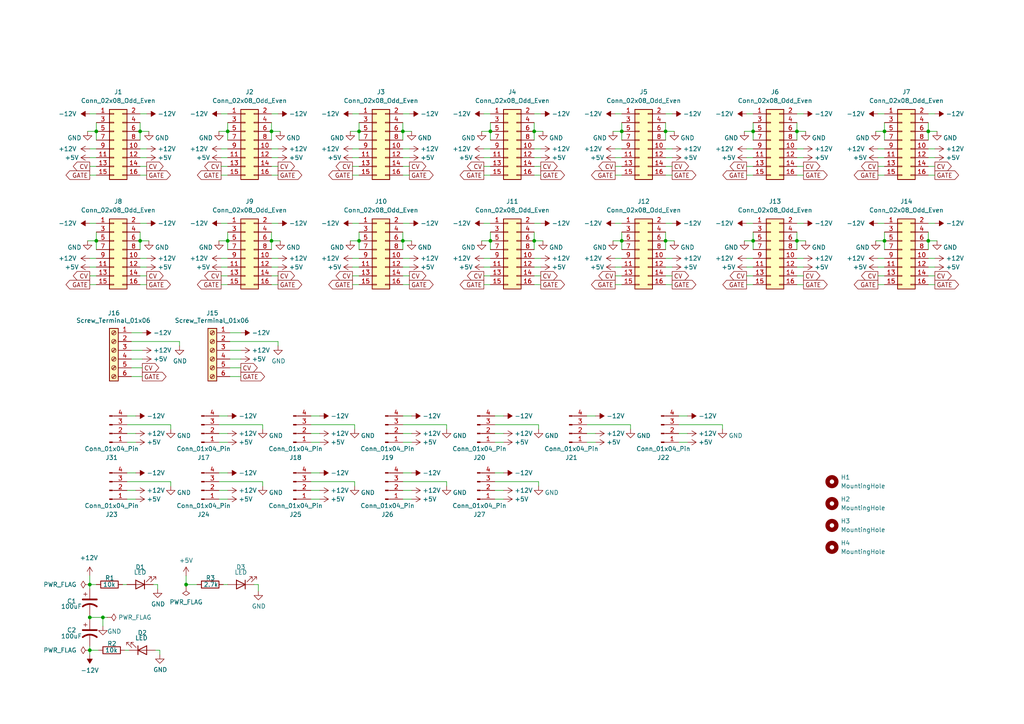
<source format=kicad_sch>
(kicad_sch (version 20230121) (generator eeschema)
  (paper "A4")
  (title_block (title "EuroPowerBoard with JST") (date "2024-03-01") (rev "v2.0"))
  (junction (at 26.035 169.545))
  (junction (at 116.84 69.85))
  (junction (at 27.94 38.1))
  (junction (at 256.54 38.1))
  (junction (at 26.035 188.595))
  (junction (at 40.64 38.1))
  (junction (at 231.14 38.1))
  (junction (at 66.04 38.1))
  (junction (at 142.24 38.1))
  (junction (at 78.74 69.85))
  (junction (at 269.24 69.85))
  (junction (at 231.14 69.85))
  (junction (at 26.035 179.07))
  (junction (at 53.975 169.545))
  (junction (at 256.54 69.85))
  (junction (at 193.04 69.85))
  (junction (at 66.04 69.85))
  (junction (at 154.94 69.85))
  (junction (at 27.94 69.85))
  (junction (at 180.34 69.85))
  (junction (at 116.84 38.1))
  (junction (at 142.24 69.85))
  (junction (at 218.44 69.85))
  (junction (at 40.64 69.85))
  (junction (at 154.94 38.1))
  (junction (at 180.34 38.1))
  (junction (at 104.14 38.1))
  (junction (at 218.44 38.1))
  (junction (at 78.74 38.1))
  (junction (at 29.845 179.07))
  (junction (at 193.04 38.1))
  (junction (at 104.14 69.85))
  (junction (at 269.24 38.1))
  (wire (pts (xy 49.53 140.97) (xy 49.53 139.7)))
  (wire (pts (xy 104.14 38.1) (xy 104.14 40.64)))
  (wire (pts (xy 269.24 48.26) (xy 271.145 48.26)))
  (wire (pts (xy 40.64 82.55) (xy 42.545 82.55)))
  (wire (pts (xy 154.94 50.8) (xy 156.845 50.8)))
  (wire (pts (xy 143.51 125.73) (xy 146.05 125.73)))
  (wire (pts (xy 231.14 69.85) (xy 231.14 72.39)))
  (wire (pts (xy 231.14 64.77) (xy 233.045 64.77)))
  (wire (pts (xy 178.435 43.18) (xy 180.34 43.18)))
  (wire (pts (xy 104.14 35.56) (xy 104.14 38.1)))
  (wire (pts (xy 40.64 69.85) (xy 43.18 69.85)))
  (wire (pts (xy 64.135 45.72) (xy 66.04 45.72)))
  (wire (pts (xy 140.335 43.18) (xy 142.24 43.18)))
  (wire (pts (xy 254.635 45.72) (xy 256.54 45.72)))
  (wire (pts (xy 142.24 50.8) (xy 140.335 50.8)))
  (wire (pts (xy 40.64 74.93) (xy 42.545 74.93)))
  (wire (pts (xy 142.24 48.26) (xy 140.335 48.26)))
  (wire (pts (xy 209.55 123.19) (xy 196.85 123.19)))
  (wire (pts (xy 254.635 64.77) (xy 256.54 64.77)))
  (wire (pts (xy 102.235 74.93) (xy 104.14 74.93)))
  (wire (pts (xy 25.4 69.85) (xy 27.94 69.85)))
  (wire (pts (xy 170.18 125.73) (xy 172.72 125.73)))
  (wire (pts (xy 231.14 67.31) (xy 231.14 69.85)))
  (wire (pts (xy 154.94 82.55) (xy 156.845 82.55)))
  (wire (pts (xy 178.435 45.72) (xy 180.34 45.72)))
  (wire (pts (xy 140.335 77.47) (xy 142.24 77.47)))
  (wire (pts (xy 40.64 48.26) (xy 42.545 48.26)))
  (wire (pts (xy 215.9 69.85) (xy 218.44 69.85)))
  (wire (pts (xy 40.64 69.85) (xy 40.64 72.39)))
  (wire (pts (xy 154.94 69.85) (xy 157.48 69.85)))
  (wire (pts (xy 26.035 167.005) (xy 26.035 169.545)))
  (wire (pts (xy 38.1 104.14) (xy 41.275 104.14)))
  (wire (pts (xy 140.335 74.93) (xy 142.24 74.93)))
  (wire (pts (xy 196.85 125.73) (xy 199.39 125.73)))
  (wire (pts (xy 256.54 69.85) (xy 256.54 72.39)))
  (wire (pts (xy 231.14 38.1) (xy 231.14 40.64)))
  (wire (pts (xy 45.085 188.595) (xy 46.355 188.595)))
  (wire (pts (xy 64.135 43.18) (xy 66.04 43.18)))
  (wire (pts (xy 215.9 38.1) (xy 218.44 38.1)))
  (wire (pts (xy 102.87 124.46) (xy 102.87 123.19)))
  (wire (pts (xy 129.54 139.7) (xy 116.84 139.7)))
  (wire (pts (xy 116.84 69.85) (xy 116.84 72.39)))
  (wire (pts (xy 216.535 74.93) (xy 218.44 74.93)))
  (wire (pts (xy 154.94 43.18) (xy 156.845 43.18)))
  (wire (pts (xy 154.94 77.47) (xy 156.845 77.47)))
  (wire (pts (xy 256.54 38.1) (xy 256.54 40.64)))
  (wire (pts (xy 193.04 64.77) (xy 194.945 64.77)))
  (wire (pts (xy 52.07 99.06) (xy 38.1 99.06)))
  (wire (pts (xy 36.83 144.78) (xy 39.37 144.78)))
  (wire (pts (xy 180.34 48.26) (xy 178.435 48.26)))
  (wire (pts (xy 40.64 64.77) (xy 42.545 64.77)))
  (wire (pts (xy 66.04 35.56) (xy 66.04 38.1)))
  (wire (pts (xy 231.14 43.18) (xy 233.045 43.18)))
  (wire (pts (xy 142.24 67.31) (xy 142.24 69.85)))
  (wire (pts (xy 180.34 82.55) (xy 178.435 82.55)))
  (wire (pts (xy 66.04 69.85) (xy 66.04 72.39)))
  (wire (pts (xy 27.94 80.01) (xy 26.035 80.01)))
  (wire (pts (xy 64.135 74.93) (xy 66.04 74.93)))
  (wire (pts (xy 76.2 124.46) (xy 76.2 123.19)))
  (wire (pts (xy 80.645 100.33) (xy 80.645 99.06)))
  (wire (pts (xy 40.64 35.56) (xy 40.64 38.1)))
  (wire (pts (xy 218.44 35.56) (xy 218.44 38.1)))
  (wire (pts (xy 218.44 69.85) (xy 218.44 72.39)))
  (wire (pts (xy 154.94 67.31) (xy 154.94 69.85)))
  (wire (pts (xy 27.94 67.31) (xy 27.94 69.85)))
  (wire (pts (xy 36.83 142.24) (xy 39.37 142.24)))
  (wire (pts (xy 231.14 74.93) (xy 233.045 74.93)))
  (wire (pts (xy 143.51 142.24) (xy 146.05 142.24)))
  (wire (pts (xy 116.84 82.55) (xy 118.745 82.55)))
  (wire (pts (xy 139.7 38.1) (xy 142.24 38.1)))
  (wire (pts (xy 74.93 169.545) (xy 74.93 171.45)))
  (wire (pts (xy 143.51 120.65) (xy 146.05 120.65)))
  (wire (pts (xy 63.5 142.24) (xy 66.04 142.24)))
  (wire (pts (xy 116.84 74.93) (xy 118.745 74.93)))
  (wire (pts (xy 216.535 64.77) (xy 218.44 64.77)))
  (wire (pts (xy 26.035 188.595) (xy 28.575 188.595)))
  (wire (pts (xy 154.94 74.93) (xy 156.845 74.93)))
  (wire (pts (xy 218.44 80.01) (xy 216.535 80.01)))
  (wire (pts (xy 49.53 124.46) (xy 49.53 123.19)))
  (wire (pts (xy 26.035 77.47) (xy 27.94 77.47)))
  (wire (pts (xy 216.535 43.18) (xy 218.44 43.18)))
  (wire (pts (xy 193.04 43.18) (xy 194.945 43.18)))
  (wire (pts (xy 46.355 188.595) (xy 46.355 189.865)))
  (wire (pts (xy 140.335 64.77) (xy 142.24 64.77)))
  (wire (pts (xy 78.74 64.77) (xy 80.645 64.77)))
  (wire (pts (xy 66.04 48.26) (xy 64.135 48.26)))
  (wire (pts (xy 116.84 64.77) (xy 118.745 64.77)))
  (wire (pts (xy 178.435 64.77) (xy 180.34 64.77)))
  (wire (pts (xy 254 69.85) (xy 256.54 69.85)))
  (wire (pts (xy 231.14 38.1) (xy 233.68 38.1)))
  (wire (pts (xy 102.235 43.18) (xy 104.14 43.18)))
  (wire (pts (xy 256.54 82.55) (xy 254.635 82.55)))
  (wire (pts (xy 116.84 144.78) (xy 119.38 144.78)))
  (wire (pts (xy 90.17 128.27) (xy 92.71 128.27)))
  (wire (pts (xy 63.5 120.65) (xy 66.04 120.65)))
  (wire (pts (xy 38.1 109.22) (xy 41.275 109.22)))
  (wire (pts (xy 104.14 69.85) (xy 104.14 72.39)))
  (wire (pts (xy 116.84 142.24) (xy 119.38 142.24)))
  (wire (pts (xy 26.035 179.07) (xy 29.845 179.07)))
  (wire (pts (xy 26.035 33.02) (xy 27.94 33.02)))
  (wire (pts (xy 177.8 38.1) (xy 180.34 38.1)))
  (wire (pts (xy 196.85 128.27) (xy 199.39 128.27)))
  (wire (pts (xy 78.74 38.1) (xy 81.28 38.1)))
  (wire (pts (xy 40.64 43.18) (xy 42.545 43.18)))
  (wire (pts (xy 129.54 123.19) (xy 116.84 123.19)))
  (wire (pts (xy 218.44 50.8) (xy 216.535 50.8)))
  (wire (pts (xy 116.84 69.85) (xy 119.38 69.85)))
  (wire (pts (xy 180.34 50.8) (xy 178.435 50.8)))
  (wire (pts (xy 231.14 33.02) (xy 233.045 33.02)))
  (wire (pts (xy 116.84 120.65) (xy 119.38 120.65)))
  (wire (pts (xy 36.195 188.595) (xy 37.465 188.595)))
  (wire (pts (xy 116.84 38.1) (xy 119.38 38.1)))
  (wire (pts (xy 256.54 67.31) (xy 256.54 69.85)))
  (wire (pts (xy 40.64 33.02) (xy 42.545 33.02)))
  (wire (pts (xy 154.94 35.56) (xy 154.94 38.1)))
  (wire (pts (xy 116.84 128.27) (xy 119.38 128.27)))
  (wire (pts (xy 104.14 67.31) (xy 104.14 69.85)))
  (wire (pts (xy 45.72 169.545) (xy 45.72 170.815)))
  (wire (pts (xy 269.24 43.18) (xy 271.145 43.18)))
  (wire (pts (xy 231.14 50.8) (xy 233.045 50.8)))
  (wire (pts (xy 143.51 144.78) (xy 146.05 144.78)))
  (wire (pts (xy 76.2 139.7) (xy 63.5 139.7)))
  (wire (pts (xy 102.235 64.77) (xy 104.14 64.77)))
  (wire (pts (xy 231.14 45.72) (xy 233.045 45.72)))
  (wire (pts (xy 78.74 67.31) (xy 78.74 69.85)))
  (wire (pts (xy 102.235 45.72) (xy 104.14 45.72)))
  (wire (pts (xy 154.94 45.72) (xy 156.845 45.72)))
  (wire (pts (xy 40.64 80.01) (xy 42.545 80.01)))
  (wire (pts (xy 254.635 33.02) (xy 256.54 33.02)))
  (wire (pts (xy 154.94 33.02) (xy 156.845 33.02)))
  (wire (pts (xy 26.035 178.435) (xy 26.035 179.07)))
  (wire (pts (xy 40.64 67.31) (xy 40.64 69.85)))
  (wire (pts (xy 269.24 69.85) (xy 269.24 72.39)))
  (wire (pts (xy 142.24 38.1) (xy 142.24 40.64)))
  (wire (pts (xy 104.14 48.26) (xy 102.235 48.26)))
  (wire (pts (xy 193.04 48.26) (xy 194.945 48.26)))
  (wire (pts (xy 193.04 38.1) (xy 193.04 40.64)))
  (wire (pts (xy 116.84 38.1) (xy 116.84 40.64)))
  (wire (pts (xy 116.84 43.18) (xy 118.745 43.18)))
  (wire (pts (xy 26.035 189.865) (xy 26.035 188.595)))
  (wire (pts (xy 140.335 33.02) (xy 142.24 33.02)))
  (wire (pts (xy 129.54 140.97) (xy 129.54 139.7)))
  (wire (pts (xy 66.675 96.52) (xy 69.85 96.52)))
  (wire (pts (xy 90.17 144.78) (xy 92.71 144.78)))
  (wire (pts (xy 140.335 45.72) (xy 142.24 45.72)))
  (wire (pts (xy 36.83 125.73) (xy 39.37 125.73)))
  (wire (pts (xy 269.24 38.1) (xy 269.24 40.64)))
  (wire (pts (xy 80.645 99.06) (xy 66.675 99.06)))
  (wire (pts (xy 216.535 77.47) (xy 218.44 77.47)))
  (wire (pts (xy 26.035 64.77) (xy 27.94 64.77)))
  (wire (pts (xy 254.635 43.18) (xy 256.54 43.18)))
  (wire (pts (xy 193.04 35.56) (xy 193.04 38.1)))
  (wire (pts (xy 26.035 169.545) (xy 27.94 169.545)))
  (wire (pts (xy 256.54 80.01) (xy 254.635 80.01)))
  (wire (pts (xy 38.1 101.6) (xy 41.275 101.6)))
  (wire (pts (xy 154.94 38.1) (xy 157.48 38.1)))
  (wire (pts (xy 78.74 45.72) (xy 80.645 45.72)))
  (wire (pts (xy 64.135 33.02) (xy 66.04 33.02)))
  (wire (pts (xy 26.035 179.07) (xy 26.035 179.705)))
  (wire (pts (xy 29.845 179.07) (xy 31.115 179.07)))
  (wire (pts (xy 193.04 82.55) (xy 194.945 82.55)))
  (wire (pts (xy 78.74 69.85) (xy 81.28 69.85)))
  (wire (pts (xy 231.14 82.55) (xy 233.045 82.55)))
  (wire (pts (xy 180.34 38.1) (xy 180.34 40.64)))
  (wire (pts (xy 216.535 33.02) (xy 218.44 33.02)))
  (wire (pts (xy 66.04 38.1) (xy 66.04 40.64)))
  (wire (pts (xy 73.66 169.545) (xy 74.93 169.545)))
  (wire (pts (xy 193.04 74.93) (xy 194.945 74.93)))
  (wire (pts (xy 178.435 33.02) (xy 180.34 33.02)))
  (wire (pts (xy 142.24 82.55) (xy 140.335 82.55)))
  (wire (pts (xy 36.83 137.16) (xy 39.37 137.16)))
  (wire (pts (xy 269.24 77.47) (xy 271.145 77.47)))
  (wire (pts (xy 53.975 169.545) (xy 53.975 170.18)))
  (wire (pts (xy 218.44 38.1) (xy 218.44 40.64)))
  (wire (pts (xy 170.18 120.65) (xy 172.72 120.65)))
  (wire (pts (xy 78.74 74.93) (xy 80.645 74.93)))
  (wire (pts (xy 143.51 128.27) (xy 146.05 128.27)))
  (wire (pts (xy 101.6 38.1) (xy 104.14 38.1)))
  (wire (pts (xy 76.2 140.97) (xy 76.2 139.7)))
  (wire (pts (xy 35.56 169.545) (xy 36.83 169.545)))
  (wire (pts (xy 63.5 128.27) (xy 66.04 128.27)))
  (wire (pts (xy 53.975 169.545) (xy 57.15 169.545)))
  (wire (pts (xy 66.675 104.14) (xy 69.85 104.14)))
  (wire (pts (xy 193.04 33.02) (xy 194.945 33.02)))
  (wire (pts (xy 66.675 106.68) (xy 69.85 106.68)))
  (wire (pts (xy 116.84 67.31) (xy 116.84 69.85)))
  (wire (pts (xy 38.1 106.68) (xy 41.275 106.68)))
  (wire (pts (xy 40.64 77.47) (xy 42.545 77.47)))
  (wire (pts (xy 182.88 123.19) (xy 170.18 123.19)))
  (wire (pts (xy 64.135 77.47) (xy 66.04 77.47)))
  (wire (pts (xy 156.21 123.19) (xy 143.51 123.19)))
  (wire (pts (xy 180.34 80.01) (xy 178.435 80.01)))
  (wire (pts (xy 156.21 140.97) (xy 156.21 139.7)))
  (wire (pts (xy 269.24 50.8) (xy 271.145 50.8)))
  (wire (pts (xy 193.04 45.72) (xy 194.945 45.72)))
  (wire (pts (xy 269.24 33.02) (xy 271.145 33.02)))
  (wire (pts (xy 49.53 123.19) (xy 36.83 123.19)))
  (wire (pts (xy 78.74 80.01) (xy 80.645 80.01)))
  (wire (pts (xy 76.2 123.19) (xy 63.5 123.19)))
  (wire (pts (xy 154.94 48.26) (xy 156.845 48.26)))
  (wire (pts (xy 139.7 69.85) (xy 142.24 69.85)))
  (wire (pts (xy 256.54 35.56) (xy 256.54 38.1)))
  (wire (pts (xy 78.74 43.18) (xy 80.645 43.18)))
  (wire (pts (xy 180.34 67.31) (xy 180.34 69.85)))
  (wire (pts (xy 26.035 45.72) (xy 27.94 45.72)))
  (wire (pts (xy 26.035 43.18) (xy 27.94 43.18)))
  (wire (pts (xy 63.5 137.16) (xy 66.04 137.16)))
  (wire (pts (xy 116.84 77.47) (xy 118.745 77.47)))
  (wire (pts (xy 52.07 100.33) (xy 52.07 99.06)))
  (wire (pts (xy 64.135 64.77) (xy 66.04 64.77)))
  (wire (pts (xy 102.87 139.7) (xy 90.17 139.7)))
  (wire (pts (xy 40.64 50.8) (xy 42.545 50.8)))
  (wire (pts (xy 44.45 169.545) (xy 45.72 169.545)))
  (wire (pts (xy 27.94 48.26) (xy 26.035 48.26)))
  (wire (pts (xy 78.74 77.47) (xy 80.645 77.47)))
  (wire (pts (xy 102.235 77.47) (xy 104.14 77.47)))
  (wire (pts (xy 231.14 48.26) (xy 233.045 48.26)))
  (wire (pts (xy 29.845 179.07) (xy 29.845 181.61)))
  (wire (pts (xy 78.74 35.56) (xy 78.74 38.1)))
  (wire (pts (xy 116.84 35.56) (xy 116.84 38.1)))
  (wire (pts (xy 104.14 50.8) (xy 102.235 50.8)))
  (wire (pts (xy 66.04 80.01) (xy 64.135 80.01)))
  (wire (pts (xy 104.14 82.55) (xy 102.235 82.55)))
  (wire (pts (xy 78.74 82.55) (xy 80.645 82.55)))
  (wire (pts (xy 269.24 38.1) (xy 271.78 38.1)))
  (wire (pts (xy 40.64 45.72) (xy 42.545 45.72)))
  (wire (pts (xy 102.87 140.97) (xy 102.87 139.7)))
  (wire (pts (xy 78.74 33.02) (xy 80.645 33.02)))
  (wire (pts (xy 102.87 123.19) (xy 90.17 123.19)))
  (wire (pts (xy 27.94 38.1) (xy 27.94 40.64)))
  (wire (pts (xy 154.94 80.01) (xy 156.845 80.01)))
  (wire (pts (xy 178.435 74.93) (xy 180.34 74.93)))
  (wire (pts (xy 193.04 80.01) (xy 194.945 80.01)))
  (wire (pts (xy 180.34 35.56) (xy 180.34 38.1)))
  (wire (pts (xy 102.235 33.02) (xy 104.14 33.02)))
  (wire (pts (xy 27.94 50.8) (xy 26.035 50.8)))
  (wire (pts (xy 269.24 69.85) (xy 271.78 69.85)))
  (wire (pts (xy 66.04 82.55) (xy 64.135 82.55)))
  (wire (pts (xy 25.4 38.1) (xy 27.94 38.1)))
  (wire (pts (xy 26.035 187.325) (xy 26.035 188.595)))
  (wire (pts (xy 193.04 50.8) (xy 194.945 50.8)))
  (wire (pts (xy 142.24 69.85) (xy 142.24 72.39)))
  (wire (pts (xy 66.04 67.31) (xy 66.04 69.85)))
  (wire (pts (xy 66.04 50.8) (xy 64.135 50.8)))
  (wire (pts (xy 170.18 128.27) (xy 172.72 128.27)))
  (wire (pts (xy 53.975 167.005) (xy 53.975 169.545)))
  (wire (pts (xy 256.54 48.26) (xy 254.635 48.26)))
  (wire (pts (xy 154.94 69.85) (xy 154.94 72.39)))
  (wire (pts (xy 254.635 77.47) (xy 256.54 77.47)))
  (wire (pts (xy 129.54 124.46) (xy 129.54 123.19)))
  (wire (pts (xy 27.94 82.55) (xy 26.035 82.55)))
  (wire (pts (xy 231.14 69.85) (xy 233.68 69.85)))
  (wire (pts (xy 177.8 69.85) (xy 180.34 69.85)))
  (wire (pts (xy 36.83 120.65) (xy 39.37 120.65)))
  (wire (pts (xy 36.83 128.27) (xy 39.37 128.27)))
  (wire (pts (xy 116.84 137.16) (xy 119.38 137.16)))
  (wire (pts (xy 143.51 137.16) (xy 146.05 137.16)))
  (wire (pts (xy 27.94 35.56) (xy 27.94 38.1)))
  (wire (pts (xy 38.1 96.52) (xy 41.275 96.52)))
  (wire (pts (xy 78.74 69.85) (xy 78.74 72.39)))
  (wire (pts (xy 269.24 64.77) (xy 271.145 64.77)))
  (wire (pts (xy 269.24 67.31) (xy 269.24 69.85)))
  (wire (pts (xy 254.635 74.93) (xy 256.54 74.93)))
  (wire (pts (xy 63.5 69.85) (xy 66.04 69.85)))
  (wire (pts (xy 78.74 38.1) (xy 78.74 40.64)))
  (wire (pts (xy 63.5 125.73) (xy 66.04 125.73)))
  (wire (pts (xy 193.04 69.85) (xy 193.04 72.39)))
  (wire (pts (xy 90.17 120.65) (xy 92.71 120.65)))
  (wire (pts (xy 269.24 35.56) (xy 269.24 38.1)))
  (wire (pts (xy 256.54 50.8) (xy 254.635 50.8)))
  (wire (pts (xy 216.535 45.72) (xy 218.44 45.72)))
  (wire (pts (xy 101.6 69.85) (xy 104.14 69.85)))
  (wire (pts (xy 66.675 109.22) (xy 69.85 109.22)))
  (wire (pts (xy 154.94 64.77) (xy 156.845 64.77)))
  (wire (pts (xy 90.17 125.73) (xy 92.71 125.73)))
  (wire (pts (xy 116.84 125.73) (xy 119.38 125.73)))
  (wire (pts (xy 254 38.1) (xy 256.54 38.1)))
  (wire (pts (xy 231.14 80.01) (xy 233.045 80.01)))
  (wire (pts (xy 64.77 169.545) (xy 66.04 169.545)))
  (wire (pts (xy 156.21 124.46) (xy 156.21 123.19)))
  (wire (pts (xy 231.14 77.47) (xy 233.045 77.47)))
  (wire (pts (xy 116.84 33.02) (xy 118.745 33.02)))
  (wire (pts (xy 156.21 139.7) (xy 143.51 139.7)))
  (wire (pts (xy 116.84 50.8) (xy 118.745 50.8)))
  (wire (pts (xy 78.74 48.26) (xy 80.645 48.26)))
  (wire (pts (xy 209.55 124.46) (xy 209.55 123.19)))
  (wire (pts (xy 269.24 45.72) (xy 271.145 45.72)))
  (wire (pts (xy 26.035 170.815) (xy 26.035 169.545)))
  (wire (pts (xy 269.24 80.01) (xy 271.145 80.01)))
  (wire (pts (xy 90.17 137.16) (xy 92.71 137.16)))
  (wire (pts (xy 193.04 69.85) (xy 195.58 69.85)))
  (wire (pts (xy 116.84 48.26) (xy 118.745 48.26)))
  (wire (pts (xy 178.435 77.47) (xy 180.34 77.47)))
  (wire (pts (xy 269.24 82.55) (xy 271.145 82.55)))
  (wire (pts (xy 116.84 45.72) (xy 118.745 45.72)))
  (wire (pts (xy 26.035 74.93) (xy 27.94 74.93)))
  (wire (pts (xy 196.85 120.65) (xy 199.39 120.65)))
  (wire (pts (xy 90.17 142.24) (xy 92.71 142.24)))
  (wire (pts (xy 63.5 144.78) (xy 66.04 144.78)))
  (wire (pts (xy 142.24 80.01) (xy 140.335 80.01)))
  (wire (pts (xy 40.64 38.1) (xy 43.18 38.1)))
  (wire (pts (xy 193.04 38.1) (xy 195.58 38.1)))
  (wire (pts (xy 231.14 35.56) (xy 231.14 38.1)))
  (wire (pts (xy 218.44 82.55) (xy 216.535 82.55)))
  (wire (pts (xy 116.84 80.01) (xy 118.745 80.01)))
  (wire (pts (xy 269.24 74.93) (xy 271.145 74.93)))
  (wire (pts (xy 40.64 38.1) (xy 40.64 40.64)))
  (wire (pts (xy 154.94 38.1) (xy 154.94 40.64)))
  (wire (pts (xy 218.44 67.31) (xy 218.44 69.85)))
  (wire (pts (xy 66.675 101.6) (xy 69.85 101.6)))
  (wire (pts (xy 104.14 80.01) (xy 102.235 80.01)))
  (wire (pts (xy 182.88 124.46) (xy 182.88 123.19)))
  (wire (pts (xy 180.34 69.85) (xy 180.34 72.39)))
  (wire (pts (xy 78.74 50.8) (xy 80.645 50.8)))
  (wire (pts (xy 193.04 67.31) (xy 193.04 69.85)))
  (wire (pts (xy 27.94 69.85) (xy 27.94 72.39)))
  (wire (pts (xy 63.5 38.1) (xy 66.04 38.1)))
  (wire (pts (xy 142.24 35.56) (xy 142.24 38.1)))
  (wire (pts (xy 218.44 48.26) (xy 216.535 48.26)))
  (wire (pts (xy 49.53 139.7) (xy 36.83 139.7)))
  (wire (pts (xy 193.04 77.47) (xy 194.945 77.47)))
  (global_label "GATE" (shape output) (at 26.035 50.8 180) (property "Intersheetrefs" "${INTERSHEET_REFS}" (effects hide)))
  (global_label "CV" (shape output) (at 80.645 80.01 0) (property "Intersheetrefs" "${INTERSHEET_REFS}" (effects hide)))
  (global_label "CV" (shape output) (at 102.235 48.26 180) (property "Intersheetrefs" "${INTERSHEET_REFS}" (effects hide)))
  (global_label "GATE" (shape output) (at 271.145 50.8 0) (property "Intersheetrefs" "${INTERSHEET_REFS}" (effects hide)))
  (global_label "GATE" (shape output) (at 178.435 82.55 180) (property "Intersheetrefs" "${INTERSHEET_REFS}" (effects hide)))
  (global_label "CV" (shape output) (at 42.545 80.01 0) (property "Intersheetrefs" "${INTERSHEET_REFS}" (effects hide)))
  (global_label "CV" (shape output) (at 178.435 48.26 180) (property "Intersheetrefs" "${INTERSHEET_REFS}" (effects hide)))
  (global_label "GATE" (shape output) (at 271.145 82.55 0) (property "Intersheetrefs" "${INTERSHEET_REFS}" (effects hide)))
  (global_label "CV" (shape output) (at 140.335 48.26 180) (property "Intersheetrefs" "${INTERSHEET_REFS}" (effects hide)))
  (global_label "GATE" (shape output) (at 216.535 82.55 180) (property "Intersheetrefs" "${INTERSHEET_REFS}" (effects hide)))
  (global_label "CV" (shape output) (at 41.275 106.68 0) (property "Intersheetrefs" "${INTERSHEET_REFS}" (effects hide)))
  (global_label "CV" (shape output) (at 156.845 80.01 0) (property "Intersheetrefs" "${INTERSHEET_REFS}" (effects hide)))
  (global_label "GATE" (shape output) (at 64.135 50.8 180) (property "Intersheetrefs" "${INTERSHEET_REFS}" (effects hide)))
  (global_label "GATE" (shape output) (at 102.235 50.8 180) (property "Intersheetrefs" "${INTERSHEET_REFS}" (effects hide)))
  (global_label "CV" (shape output) (at 102.235 80.01 180) (property "Intersheetrefs" "${INTERSHEET_REFS}" (effects hide)))
  (global_label "GATE" (shape output) (at 26.035 82.55 180) (property "Intersheetrefs" "${INTERSHEET_REFS}" (effects hide)))
  (global_label "GATE" (shape output) (at 216.535 50.8 180) (property "Intersheetrefs" "${INTERSHEET_REFS}" (effects hide)))
  (global_label "CV" (shape output) (at 233.045 48.26 0) (property "Intersheetrefs" "${INTERSHEET_REFS}" (effects hide)))
  (global_label "GATE" (shape output) (at 233.045 82.55 0) (property "Intersheetrefs" "${INTERSHEET_REFS}" (effects hide)))
  (global_label "GATE" (shape output) (at 102.235 82.55 180) (property "Intersheetrefs" "${INTERSHEET_REFS}" (effects hide)))
  (global_label "CV" (shape output) (at 140.335 80.01 180) (property "Intersheetrefs" "${INTERSHEET_REFS}" (effects hide)))
  (global_label "GATE" (shape output) (at 194.945 82.55 0) (property "Intersheetrefs" "${INTERSHEET_REFS}" (effects hide)))
  (global_label "CV" (shape output) (at 233.045 80.01 0) (property "Intersheetrefs" "${INTERSHEET_REFS}" (effects hide)))
  (global_label "GATE" (shape output) (at 69.85 109.22 0) (property "Intersheetrefs" "${INTERSHEET_REFS}" (effects hide)))
  (global_label "CV" (shape output) (at 118.745 80.01 0) (property "Intersheetrefs" "${INTERSHEET_REFS}" (effects hide)))
  (global_label "CV" (shape output) (at 271.145 48.26 0) (property "Intersheetrefs" "${INTERSHEET_REFS}" (effects hide)))
  (global_label "CV" (shape output) (at 42.545 48.26 0) (property "Intersheetrefs" "${INTERSHEET_REFS}" (effects hide)))
  (global_label "GATE" (shape output) (at 233.045 50.8 0) (property "Intersheetrefs" "${INTERSHEET_REFS}" (effects hide)))
  (global_label "CV" (shape output) (at 80.645 48.26 0) (property "Intersheetrefs" "${INTERSHEET_REFS}" (effects hide)))
  (global_label "CV" (shape output) (at 216.535 80.01 180) (property "Intersheetrefs" "${INTERSHEET_REFS}" (effects hide)))
  (global_label "GATE" (shape output) (at 194.945 50.8 0) (property "Intersheetrefs" "${INTERSHEET_REFS}" (effects hide)))
  (global_label "GATE" (shape output) (at 41.275 109.22 0) (property "Intersheetrefs" "${INTERSHEET_REFS}" (effects hide)))
  (global_label "CV" (shape output) (at 216.535 48.26 180) (property "Intersheetrefs" "${INTERSHEET_REFS}" (effects hide)))
  (global_label "CV" (shape output) (at 69.85 106.68 0) (property "Intersheetrefs" "${INTERSHEET_REFS}" (effects hide)))
  (global_label "CV" (shape output) (at 64.135 80.01 180) (property "Intersheetrefs" "${INTERSHEET_REFS}" (effects hide)))
  (global_label "CV" (shape output) (at 194.945 48.26 0) (property "Intersheetrefs" "${INTERSHEET_REFS}" (effects hide)))
  (global_label "GATE" (shape output) (at 254.635 82.55 180) (property "Intersheetrefs" "${INTERSHEET_REFS}" (effects hide)))
  (global_label "GATE" (shape output) (at 254.635 50.8 180) (property "Intersheetrefs" "${INTERSHEET_REFS}" (effects hide)))
  (global_label "GATE" (shape output) (at 80.645 50.8 0) (property "Intersheetrefs" "${INTERSHEET_REFS}" (effects hide)))
  (global_label "GATE" (shape output) (at 140.335 82.55 180) (property "Intersheetrefs" "${INTERSHEET_REFS}" (effects hide)))
  (global_label "GATE" (shape output) (at 64.135 82.55 180) (property "Intersheetrefs" "${INTERSHEET_REFS}" (effects hide)))
  (global_label "GATE" (shape output) (at 156.845 50.8 0) (property "Intersheetrefs" "${INTERSHEET_REFS}" (effects hide)))
  (global_label "CV" (shape output) (at 194.945 80.01 0) (property "Intersheetrefs" "${INTERSHEET_REFS}" (effects hide)))
  (global_label "GATE" (shape output) (at 118.745 50.8 0) (property "Intersheetrefs" "${INTERSHEET_REFS}" (effects hide)))
  (global_label "GATE" (shape output) (at 178.435 50.8 180) (property "Intersheetrefs" "${INTERSHEET_REFS}" (effects hide)))
  (global_label "GATE" (shape output) (at 118.745 82.55 0) (property "Intersheetrefs" "${INTERSHEET_REFS}" (effects hide)))
  (global_label "GATE" (shape output) (at 156.845 82.55 0) (property "Intersheetrefs" "${INTERSHEET_REFS}" (effects hide)))
  (global_label "CV" (shape output) (at 156.845 48.26 0) (property "Intersheetrefs" "${INTERSHEET_REFS}" (effects hide)))
  (global_label "CV" (shape output) (at 254.635 48.26 180) (property "Intersheetrefs" "${INTERSHEET_REFS}" (effects hide)))
  (global_label "GATE" (shape output) (at 140.335 50.8 180) (property "Intersheetrefs" "${INTERSHEET_REFS}" (effects hide)))
  (global_label "GATE" (shape output) (at 42.545 50.8 0) (property "Intersheetrefs" "${INTERSHEET_REFS}" (effects hide)))
  (global_label "CV" (shape output) (at 254.635 80.01 180) (property "Intersheetrefs" "${INTERSHEET_REFS}" (effects hide)))
  (global_label "GATE" (shape output) (at 80.645 82.55 0) (property "Intersheetrefs" "${INTERSHEET_REFS}" (effects hide)))
  (global_label "CV" (shape output) (at 64.135 48.26 180) (property "Intersheetrefs" "${INTERSHEET_REFS}" (effects hide)))
  (global_label "CV" (shape output) (at 26.035 80.01 180) (property "Intersheetrefs" "${INTERSHEET_REFS}" (effects hide)))
  (global_label "GATE" (shape output) (at 42.545 82.55 0) (property "Intersheetrefs" "${INTERSHEET_REFS}" (effects hide)))
  (global_label "CV" (shape output) (at 178.435 80.01 180) (property "Intersheetrefs" "${INTERSHEET_REFS}" (effects hide)))
  (global_label "CV" (shape output) (at 271.145 80.01 0) (property "Intersheetrefs" "${INTERSHEET_REFS}" (effects hide)))
  (global_label "CV" (shape output) (at 26.035 48.26 180) (property "Intersheetrefs" "${INTERSHEET_REFS}" (effects hide)))
  (global_label "CV" (shape output) (at 118.745 48.26 0) (property "Intersheetrefs" "${INTERSHEET_REFS}" (effects hide)))
  (symbol (lib_id "Connector:Conn_01x04_Pin") (at 85.09 142.24 0) (mirror x) (unit 1)
    (property "Reference" "J25" (at 85.725 149.225 0))
    (property "Value" "Conn_01x04_Pin" (at 85.725 146.685 0))
    (property "Footprint" "Connector_JST:JST_XH_B4B-XH-A_1x04_P2.50mm_Vertical" (effects hide))
  )
  (symbol (lib_id "power:+5V") (at 271.145 77.47 270) (unit 1)
    (property "Reference" "#PWR0111" (effects hide))
    (property "Value" "+5V" (at 274.32 77.47 90) (effects (justify left)))
  )
  (symbol (lib_id "power:-12V") (at 41.275 96.52 270) (unit 1)
    (property "Reference" "#PWR0120" (effects hide))
    (property "Value" "-12V" (at 44.45 96.52 90) (effects (justify left)))
  )
  (symbol (lib_id "power:PWR_FLAG") (at 26.035 169.545 90) (unit 1)
    (property "Reference" "#FLG01" (effects hide))
    (property "Value" "PWR_FLAG" (at 22.225 169.545 90) (effects (justify left)))
  )
  (symbol (lib_id "power:+12V") (at 118.745 74.93 270) (unit 1)
    (property "Reference" "#PWR077" (effects hide))
    (property "Value" "+12V" (at 121.92 74.93 90) (effects (justify left)))
  )
  (symbol (lib_id "power:-12V") (at 118.745 64.77 270) (unit 1)
    (property "Reference" "#PWR078" (effects hide))
    (property "Value" "-12V" (at 121.92 64.77 90) (effects (justify left)))
  )
  (symbol (lib_id "power:+12V") (at 39.37 125.73 270) (unit 1)
    (property "Reference" "#PWR0126" (effects hide))
    (property "Value" "+12V" (at 42.545 125.73 90) (effects (justify left)))
  )
  (symbol (lib_id "Connector_Generic:Conn_02x08_Odd_Even") (at 261.62 72.39 0) (unit 1)
    (property "Reference" "J14" (at 262.89 58.42 0))
    (property "Value" "Conn_02x08_Odd_Even" (at 262.89 60.96 0))
    (property "Footprint" "Connector_IDC:IDC-Header_2x08_P2.54mm_Vertical" (effects hide))
  )
  (symbol (lib_id "power:+5V") (at 233.045 77.47 270) (unit 1)
    (property "Reference" "#PWR0103" (effects hide))
    (property "Value" "+5V" (at 236.22 77.47 90) (effects (justify left)))
  )
  (symbol (lib_id "power:+5V") (at 26.035 77.47 90) (unit 1)
    (property "Reference" "#PWR060" (effects hide))
    (property "Value" "+5V" (at 22.86 77.47 90) (effects (justify left)))
  )
  (symbol (lib_id "power:+5V") (at 156.845 45.72 270) (unit 1)
    (property "Reference" "#PWR031" (effects hide))
    (property "Value" "+5V" (at 160.02 45.72 90) (effects (justify left)))
  )
  (symbol (lib_id "Connector:Conn_01x04_Pin") (at 111.76 125.73 0) (mirror x) (unit 1)
    (property "Reference" "J19" (at 112.395 132.715 0))
    (property "Value" "Conn_01x04_Pin" (at 112.395 130.175 0))
    (property "Footprint" "Connector_JST:JST_XH_B4B-XH-A_1x04_P2.50mm_Vertical" (effects hide))
  )
  (symbol (lib_id "power:GND") (at 195.58 69.85 0) (unit 1)
    (property "Reference" "#PWR096" (effects hide))
    (property "Value" "GND" (at 199.39 71.755 0))
  )
  (symbol (lib_id "power:+5V") (at 194.945 77.47 270) (unit 1)
    (property "Reference" "#PWR095" (effects hide))
    (property "Value" "+5V" (at 198.12 77.47 90) (effects (justify left)))
  )
  (symbol (lib_id "power:GND") (at 129.54 140.97 0) (unit 1)
    (property "Reference" "#PWR0169" (effects hide))
    (property "Value" "GND" (at 133.35 142.875 0))
  )
  (symbol (lib_id "power:+12V") (at 140.335 74.93 90) (unit 1)
    (property "Reference" "#PWR082" (effects hide))
    (property "Value" "+12V" (at 136.525 74.93 90) (effects (justify left)))
  )
  (symbol (lib_id "Connector:Conn_01x04_Pin") (at 58.42 125.73 0) (mirror x) (unit 1)
    (property "Reference" "J17" (at 59.055 132.715 0))
    (property "Value" "Conn_01x04_Pin" (at 59.055 130.175 0))
    (property "Footprint" "Connector_JST:JST_XH_B4B-XH-A_1x04_P2.50mm_Vertical" (effects hide))
  )
  (symbol (lib_id "Mechanical:MountingHole") (at 241.3 146.05 0) (unit 1)
    (property "Reference" "H2" (at 243.84 144.78 0) (effects (justify left)))
    (property "Value" "MountingHole" (at 243.84 147.32 0) (effects (justify left)))
    (property "Footprint" "MountingHole:MountingHole_4.3mm_M4_ISO7380_Pad" (effects hide))
  )
  (symbol (lib_id "power:GND") (at 81.28 38.1 0) (unit 1)
    (property "Reference" "#PWR016" (effects hide))
    (property "Value" "GND" (at 85.09 40.005 0))
  )
  (symbol (lib_id "power:-12V") (at 140.335 33.02 90) (unit 1)
    (property "Reference" "#PWR027" (effects hide))
    (property "Value" "-12V" (at 136.525 33.02 90) (effects (justify left)))
  )
  (symbol (lib_id "power:-12V") (at 102.235 64.77 90) (unit 1)
    (property "Reference" "#PWR075" (effects hide))
    (property "Value" "-12V" (at 98.425 64.77 90) (effects (justify left)))
  )
  (symbol (lib_id "power:+12V") (at 216.535 74.93 90) (unit 1)
    (property "Reference" "#PWR098" (effects hide))
    (property "Value" "+12V" (at 212.725 74.93 90) (effects (justify left)))
  )
  (symbol (lib_id "power:-12V") (at 39.37 120.65 270) (unit 1)
    (property "Reference" "#PWR0127" (effects hide))
    (property "Value" "-12V" (at 42.545 120.65 90) (effects (justify left)))
  )
  (symbol (lib_id "power:-12V") (at 26.035 64.77 90) (unit 1)
    (property "Reference" "#PWR059" (effects hide))
    (property "Value" "-12V" (at 22.225 64.77 90) (effects (justify left)))
  )
  (symbol (lib_id "power:-12V") (at 26.035 33.02 90) (unit 1)
    (property "Reference" "#PWR06" (effects hide))
    (property "Value" "-12V" (at 22.225 33.02 90) (effects (justify left)))
  )
  (symbol (lib_id "power:-12V") (at 80.645 33.02 270) (unit 1)
    (property "Reference" "#PWR014" (effects hide))
    (property "Value" "-12V" (at 83.82 33.02 90) (effects (justify left)))
  )
  (symbol (lib_id "power:-12V") (at 119.38 137.16 270) (unit 1)
    (property "Reference" "#PWR0167" (effects hide))
    (property "Value" "-12V" (at 122.555 137.16 90) (effects (justify left)))
  )
  (symbol (lib_id "power:-12V") (at 216.535 64.77 90) (unit 1)
    (property "Reference" "#PWR099" (effects hide))
    (property "Value" "-12V" (at 212.725 64.77 90) (effects (justify left)))
  )
  (symbol (lib_id "power:GND") (at 271.78 38.1 0) (unit 1)
    (property "Reference" "#PWR056" (effects hide))
    (property "Value" "GND" (at 275.59 40.005 0))
  )
  (symbol (lib_id "power:-12V") (at 39.37 137.16 270) (unit 1)
    (property "Reference" "#PWR0155" (effects hide))
    (property "Value" "-12V" (at 42.545 137.16 90) (effects (justify left)))
  )
  (symbol (lib_id "power:GND") (at 254 38.1 0) (mirror y) (unit 1)
    (property "Reference" "#PWR049" (effects hide))
    (property "Value" "GND" (at 250.19 40.005 0))
  )
  (symbol (lib_id "power:+12V") (at 233.045 74.93 270) (unit 1)
    (property "Reference" "#PWR0101" (effects hide))
    (property "Value" "+12V" (at 236.22 74.93 90) (effects (justify left)))
  )
  (symbol (lib_id "power:-12V") (at 66.04 120.65 270) (unit 1)
    (property "Reference" "#PWR0131" (effects hide))
    (property "Value" "-12V" (at 69.215 120.65 90) (effects (justify left)))
  )
  (symbol (lib_id "power:PWR_FLAG") (at 31.115 179.07 270) (unit 1)
    (property "Reference" "#FLG03" (effects hide))
    (property "Value" "PWR_FLAG" (at 34.29 179.07 90) (effects (justify left)))
  )
  (symbol (lib_id "power:+5V") (at 53.975 167.005 0) (unit 1)
    (property "Reference" "#PWR0175" (effects hide))
    (property "Value" "+5V" (at 53.975 162.56 0))
  )
  (symbol (lib_id "power:GND") (at 233.68 69.85 0) (unit 1)
    (property "Reference" "#PWR0104" (effects hide))
    (property "Value" "GND" (at 237.49 71.755 0))
  )
  (symbol (lib_id "power:-12V") (at 156.845 33.02 270) (unit 1)
    (property "Reference" "#PWR030" (effects hide))
    (property "Value" "-12V" (at 160.02 33.02 90) (effects (justify left)))
  )
  (symbol (lib_id "power:+5V") (at 92.71 144.78 270) (unit 1)
    (property "Reference" "#PWR0164" (effects hide))
    (property "Value" "+5V" (at 95.885 144.78 90) (effects (justify left)))
  )
  (symbol (lib_id "power:+5V") (at 271.145 45.72 270) (unit 1)
    (property "Reference" "#PWR055" (effects hide))
    (property "Value" "+5V" (at 274.32 45.72 90) (effects (justify left)))
  )
  (symbol (lib_id "power:+5V") (at 39.37 128.27 270) (unit 1)
    (property "Reference" "#PWR0128" (effects hide))
    (property "Value" "+5V" (at 42.545 128.27 90) (effects (justify left)))
  )
  (symbol (lib_id "power:+12V") (at 92.71 125.73 270) (unit 1)
    (property "Reference" "#PWR0134" (effects hide))
    (property "Value" "+12V" (at 95.885 125.73 90) (effects (justify left)))
  )
  (symbol (lib_id "Connector:Conn_01x04_Pin") (at 31.75 142.24 0) (mirror x) (unit 1)
    (property "Reference" "J23" (at 32.385 149.225 0))
    (property "Value" "Conn_01x04_Pin" (at 32.385 146.685 0))
    (property "Footprint" "Connector_JST:JST_XH_B4B-XH-A_1x04_P2.50mm_Vertical" (effects hide))
  )
  (symbol (lib_id "Device:LED") (at 40.64 169.545 180) (unit 1)
    (property "Reference" "D1" (at 40.64 164.465 0))
    (property "Value" "LED" (at 40.64 165.989 0))
    (property "Footprint" "LED_SMD:LED_0805_2012Metric_Pad1.15x1.40mm_HandSolder" (effects hide))
    (property "LCSC Part #" "C2856645" (effects hide))
    (property "Manufacturers Name" "EKINGLUX" (effects hide))
    (property "Manufacturers Part Number" "EL304RD" (effects hide))
    (property "Mfg #" "EL304RD" (effects hide))
    (property "Type" "Thru-hole" (effects hide))
    (property "Part Description" "3.0mm Round Through Hole LED" (effects hide))
    (property "Package" "0805" (effects hide))
  )
  (symbol (lib_id "Connector:Conn_01x04_Pin") (at 138.43 142.24 0) (mirror x) (unit 1)
    (property "Reference" "J27" (at 139.065 149.225 0))
    (property "Value" "Conn_01x04_Pin" (at 139.065 146.685 0))
    (property "Footprint" "Connector_JST:JST_XH_B4B-XH-A_1x04_P2.50mm_Vertical" (effects hide))
  )
  (symbol (lib_id "power:GND") (at 102.87 124.46 0) (unit 1)
    (property "Reference" "#PWR0137" (effects hide))
    (property "Value" "GND" (at 106.68 126.365 0))
  )
  (symbol (lib_id "power:-12V") (at 42.545 33.02 270) (unit 1)
    (property "Reference" "#PWR05" (effects hide))
    (property "Value" "-12V" (at 45.72 33.02 90) (effects (justify left)))
  )
  (symbol (lib_id "Connector:Screw_Terminal_01x06") (at 33.02 101.6 0) (mirror y) (unit 1)
    (property "Reference" "J16" (at 33.02 90.805 0))
    (property "Value" "Screw_Terminal_01x06" (at 32.893 92.964 0))
    (property "Footprint" "TerminalBlock_RND:TerminalBlock_RND_205-00005_1x06_P5.00mm_Horizontal" (effects hide))
  )
  (symbol (lib_id "power:-12V") (at 146.05 120.65 270) (unit 1)
    (property "Reference" "#PWR0143" (effects hide))
    (property "Value" "-12V" (at 149.225 120.65 90) (effects (justify left)))
  )
  (symbol (lib_id "power:+12V") (at 146.05 142.24 270) (unit 1)
    (property "Reference" "#PWR0170" (effects hide))
    (property "Value" "+12V" (at 149.225 142.24 90) (effects (justify left)))
  )
  (symbol (lib_id "power:+12V") (at 42.545 74.93 270) (unit 1)
    (property "Reference" "#PWR061" (effects hide))
    (property "Value" "+12V" (at 45.72 74.93 90) (effects (justify left)))
  )
  (symbol (lib_id "power:+5V") (at 119.38 144.78 270) (unit 1)
    (property "Reference" "#PWR0168" (effects hide))
    (property "Value" "+5V" (at 122.555 144.78 90) (effects (justify left)))
  )
  (symbol (lib_id "Connector_Generic:Conn_02x08_Odd_Even") (at 33.02 40.64 0) (unit 1)
    (property "Reference" "J1" (at 34.29 26.67 0))
    (property "Value" "Conn_02x08_Odd_Even" (at 34.29 29.21 0))
    (property "Footprint" "Connector_IDC:IDC-Header_2x08_P2.54mm_Vertical" (effects hide))
  )
  (symbol (lib_id "power:PWR_FLAG") (at 26.035 188.595 90) (unit 1)
    (property "Reference" "#FLG02" (effects hide))
    (property "Value" "PWR_FLAG" (at 22.225 188.595 90) (effects (justify left)))
  )
  (symbol (lib_id "power:+12V") (at 271.145 74.93 270) (unit 1)
    (property "Reference" "#PWR0109" (effects hide))
    (property "Value" "+12V" (at 274.32 74.93 90) (effects (justify left)))
  )
  (symbol (lib_id "Connector:Conn_01x04_Pin") (at 138.43 125.73 0) (mirror x) (unit 1)
    (property "Reference" "J20" (at 139.065 132.715 0))
    (property "Value" "Conn_01x04_Pin" (at 139.065 130.175 0))
    (property "Footprint" "Connector_JST:JST_XH_B4B-XH-A_1x04_P2.50mm_Vertical" (effects hide))
  )
  (symbol (lib_id "power:+12V") (at 92.71 142.24 270) (unit 1)
    (property "Reference" "#PWR0162" (effects hide))
    (property "Value" "+12V" (at 95.885 142.24 90) (effects (justify left)))
  )
  (symbol (lib_id "power:+12V") (at 26.035 74.93 90) (unit 1)
    (property "Reference" "#PWR058" (effects hide))
    (property "Value" "+12V" (at 22.225 74.93 90) (effects (justify left)))
  )
  (symbol (lib_id "power:GND") (at 119.38 38.1 0) (unit 1)
    (property "Reference" "#PWR024" (effects hide))
    (property "Value" "GND" (at 123.19 40.005 0))
  )
  (symbol (lib_id "power:+5V") (at 80.645 45.72 270) (unit 1)
    (property "Reference" "#PWR015" (effects hide))
    (property "Value" "+5V" (at 83.82 45.72 90) (effects (justify left)))
  )
  (symbol (lib_id "power:GND") (at 271.78 69.85 0) (unit 1)
    (property "Reference" "#PWR0112" (effects hide))
    (property "Value" "GND" (at 275.59 71.755 0))
  )
  (symbol (lib_id "power:+5V") (at 66.04 144.78 270) (unit 1)
    (property "Reference" "#PWR0160" (effects hide))
    (property "Value" "+5V" (at 69.215 144.78 90) (effects (justify left)))
  )
  (symbol (lib_id "power:GND") (at 233.68 38.1 0) (unit 1)
    (property "Reference" "#PWR048" (effects hide))
    (property "Value" "GND" (at 237.49 40.005 0))
  )
  (symbol (lib_id "power:-12V") (at 26.035 189.865 180) (unit 1)
    (property "Reference" "#PWR0114" (effects hide))
    (property "Value" "-12V" (at 26.035 194.437 0))
  )
  (symbol (lib_id "power:-12V") (at 69.85 96.52 270) (unit 1)
    (property "Reference" "#PWR0123" (effects hide))
    (property "Value" "-12V" (at 73.025 96.52 90) (effects (justify left)))
  )
  (symbol (lib_id "Connector_Generic:Conn_02x08_Odd_Even") (at 71.12 72.39 0) (unit 1)
    (property "Reference" "J9" (at 72.39 58.42 0))
    (property "Value" "Conn_02x08_Odd_Even" (at 72.39 60.96 0))
    (property "Footprint" "Connector_IDC:IDC-Header_2x08_P2.54mm_Vertical" (effects hide))
  )
  (symbol (lib_id "power:GND") (at 102.87 140.97 0) (unit 1)
    (property "Reference" "#PWR0165" (effects hide))
    (property "Value" "GND" (at 106.68 142.875 0))
  )
  (symbol (lib_id "power:+12V") (at 39.37 142.24 270) (unit 1)
    (property "Reference" "#PWR0154" (effects hide))
    (property "Value" "+12V" (at 42.545 142.24 90) (effects (justify left)))
  )
  (symbol (lib_id "power:GND") (at 46.355 189.865 0) (unit 1)
    (property "Reference" "#PWR0117" (effects hide))
    (property "Value" "GND" (at 46.482 194.2592 0))
  )
  (symbol (lib_id "power:GND") (at 156.21 124.46 0) (unit 1)
    (property "Reference" "#PWR0145" (effects hide))
    (property "Value" "GND" (at 160.02 126.365 0))
  )
  (symbol (lib_id "power:+12V") (at 66.04 142.24 270) (unit 1)
    (property "Reference" "#PWR0158" (effects hide))
    (property "Value" "+12V" (at 69.215 142.24 90) (effects (justify left)))
  )
  (symbol (lib_id "power:GND") (at 63.5 38.1 0) (mirror y) (unit 1)
    (property "Reference" "#PWR09" (effects hide))
    (property "Value" "GND" (at 59.69 40.005 0))
  )
  (symbol (lib_id "power:+12V") (at 146.05 125.73 270) (unit 1)
    (property "Reference" "#PWR0142" (effects hide))
    (property "Value" "+12V" (at 149.225 125.73 90) (effects (justify left)))
  )
  (symbol (lib_id "power:+12V") (at 216.535 43.18 90) (unit 1)
    (property "Reference" "#PWR042" (effects hide))
    (property "Value" "+12V" (at 212.725 43.18 90) (effects (justify left)))
  )
  (symbol (lib_id "power:GND") (at 209.55 124.46 0) (unit 1)
    (property "Reference" "#PWR0153" (effects hide))
    (property "Value" "GND" (at 213.36 126.365 0))
  )
  (symbol (lib_id "power:GND") (at 43.18 69.85 0) (unit 1)
    (property "Reference" "#PWR064" (effects hide))
    (property "Value" "GND" (at 46.99 71.755 0))
  )
  (symbol (lib_id "power:+12V") (at 41.275 101.6 270) (unit 1)
    (property "Reference" "#PWR0119" (effects hide))
    (property "Value" "+12V" (at 44.45 101.6 90) (effects (justify left)))
  )
  (symbol (lib_id "Device:R") (at 31.75 169.545 270) (unit 1)
    (property "Reference" "R1" (at 30.48 167.64 90) (effects (justify left)))
    (property "Value" "10k" (at 29.845 169.545 90) (effects (justify left)))
    (property "Footprint" "Resistor_SMD:R_0603_1608Metric_Pad0.98x0.95mm_HandSolder" (effects hide))
    (property "LCSC Part #" "C116677" (effects hide))
    (property "Mfg #" "AC0603FR-0710KL" (effects hide))
    (property "Manufacturers Part Number" "AC0603FR-0710KL" (effects hide))
    (property "Manufacturers Name" "YAGEO" (effects hide))
    (property "Package" "0603" (effects hide))
    (property "Type" "Surface mount" (effects hide))
    (property "Part Description" "Thick Film Resistors - SMD 10 kOhms 100mW 0603 1% AEC-Q200 " (effects hide))
  )
  (symbol (lib_id "power:+12V") (at 118.745 43.18 270) (unit 1)
    (property "Reference" "#PWR021" (effects hide))
    (property "Value" "+12V" (at 121.92 43.18 90) (effects (justify left)))
  )
  (symbol (lib_id "power:-12V") (at 233.045 64.77 270) (unit 1)
    (property "Reference" "#PWR0102" (effects hide))
    (property "Value" "-12V" (at 236.22 64.77 90) (effects (justify left)))
  )
  (symbol (lib_id "Connector_Generic:Conn_02x08_Odd_Even") (at 109.22 72.39 0) (unit 1)
    (property "Reference" "J10" (at 110.49 58.42 0))
    (property "Value" "Conn_02x08_Odd_Even" (at 110.49 60.96 0))
    (property "Footprint" "Connector_IDC:IDC-Header_2x08_P2.54mm_Vertical" (effects hide))
  )
  (symbol (lib_id "power:-12V") (at 233.045 33.02 270) (unit 1)
    (property "Reference" "#PWR046" (effects hide))
    (property "Value" "-12V" (at 236.22 33.02 90) (effects (justify left)))
  )
  (symbol (lib_id "power:+5V") (at 102.235 77.47 90) (unit 1)
    (property "Reference" "#PWR076" (effects hide))
    (property "Value" "+5V" (at 99.06 77.47 90) (effects (justify left)))
  )
  (symbol (lib_id "power:+5V") (at 233.045 45.72 270) (unit 1)
    (property "Reference" "#PWR047" (effects hide))
    (property "Value" "+5V" (at 236.22 45.72 90) (effects (justify left)))
  )
  (symbol (lib_id "power:GND") (at 157.48 38.1 0) (unit 1)
    (property "Reference" "#PWR032" (effects hide))
    (property "Value" "GND" (at 161.29 40.005 0))
  )
  (symbol (lib_id "power:PWR_FLAG") (at 53.975 170.18 180) (unit 1)
    (property "Reference" "#FLG04" (effects hide))
    (property "Value" "PWR_FLAG" (at 53.975 174.625 0))
  )
  (symbol (lib_id "power:GND") (at 215.9 69.85 0) (mirror y) (unit 1)
    (property "Reference" "#PWR097" (effects hide))
    (property "Value" "GND" (at 212.09 71.755 0))
  )
  (symbol (lib_id "Connector_Generic:Conn_02x08_Odd_Even") (at 223.52 40.64 0) (unit 1)
    (property "Reference" "J6" (at 224.79 26.67 0))
    (property "Value" "Conn_02x08_Odd_Even" (at 224.79 29.21 0))
    (property "Footprint" "Connector_IDC:IDC-Header_2x08_P2.54mm_Vertical" (effects hide))
  )
  (symbol (lib_id "power:+5V") (at 64.135 45.72 90) (unit 1)
    (property "Reference" "#PWR012" (effects hide))
    (property "Value" "+5V" (at 60.96 45.72 90) (effects (justify left)))
  )
  (symbol (lib_id "power:-12V") (at 271.145 64.77 270) (unit 1)
    (property "Reference" "#PWR0110" (effects hide))
    (property "Value" "-12V" (at 274.32 64.77 90) (effects (justify left)))
  )
  (symbol (lib_id "power:+12V") (at 119.38 142.24 270) (unit 1)
    (property "Reference" "#PWR0166" (effects hide))
    (property "Value" "+12V" (at 122.555 142.24 90) (effects (justify left)))
  )
  (symbol (lib_id "power:-12V") (at 42.545 64.77 270) (unit 1)
    (property "Reference" "#PWR062" (effects hide))
    (property "Value" "-12V" (at 45.72 64.77 90) (effects (justify left)))
  )
  (symbol (lib_id "power:GND") (at 182.88 124.46 0) (unit 1)
    (property "Reference" "#PWR0149" (effects hide))
    (property "Value" "GND" (at 186.69 126.365 0))
  )
  (symbol (lib_id "power:-12V") (at 178.435 64.77 90) (unit 1)
    (property "Reference" "#PWR091" (effects hide))
    (property "Value" "-12V" (at 174.625 64.77 90) (effects (justify left)))
  )
  (symbol (lib_id "power:+5V") (at 178.435 45.72 90) (unit 1)
    (property "Reference" "#PWR036" (effects hide))
    (property "Value" "+5V" (at 175.26 45.72 90) (effects (justify left)))
  )
  (symbol (lib_id "power:GND") (at 45.72 170.815 0) (unit 1)
    (property "Reference" "#PWR0116" (effects hide))
    (property "Value" "GND" (at 45.847 175.2092 0))
  )
  (symbol (lib_id "power:+5V") (at 39.37 144.78 270) (unit 1)
    (property "Reference" "#PWR0156" (effects hide))
    (property "Value" "+5V" (at 42.545 144.78 90) (effects (justify left)))
  )
  (symbol (lib_id "power:+5V") (at 66.04 128.27 270) (unit 1)
    (property "Reference" "#PWR0132" (effects hide))
    (property "Value" "+5V" (at 69.215 128.27 90) (effects (justify left)))
  )
  (symbol (lib_id "power:+12V") (at 199.39 125.73 270) (unit 1)
    (property "Reference" "#PWR0150" (effects hide))
    (property "Value" "+12V" (at 202.565 125.73 90) (effects (justify left)))
  )
  (symbol (lib_id "power:GND") (at 139.7 69.85 0) (mirror y) (unit 1)
    (property "Reference" "#PWR081" (effects hide))
    (property "Value" "GND" (at 135.89 71.755 0))
  )
  (symbol (lib_id "power:+12V") (at 26.035 167.005 0) (unit 1)
    (property "Reference" "#PWR0113" (effects hide))
    (property "Value" "+12V" (at 25.781 161.798 0))
  )
  (symbol (lib_id "power:+12V") (at 102.235 74.93 90) (unit 1)
    (property "Reference" "#PWR074" (effects hide))
    (property "Value" "+12V" (at 98.425 74.93 90) (effects (justify left)))
  )
  (symbol (lib_id "power:GND") (at 74.93 171.45 0) (unit 1)
    (property "Reference" "#PWR0174" (effects hide))
    (property "Value" "GND" (at 75.057 175.8442 0))
  )
  (symbol (lib_id "power:GND") (at 119.38 69.85 0) (unit 1)
    (property "Reference" "#PWR080" (effects hide))
    (property "Value" "GND" (at 123.19 71.755 0))
  )
  (symbol (lib_id "Connector_Generic:Conn_02x08_Odd_Even") (at 109.22 40.64 0) (unit 1)
    (property "Reference" "J3" (at 110.49 26.67 0))
    (property "Value" "Conn_02x08_Odd_Even" (at 110.49 29.21 0))
    (property "Footprint" "Connector_IDC:IDC-Header_2x08_P2.54mm_Vertical" (effects hide))
  )
  (symbol (lib_id "power:+5V") (at 119.38 128.27 270) (unit 1)
    (property "Reference" "#PWR0140" (effects hide))
    (property "Value" "+5V" (at 122.555 128.27 90) (effects (justify left)))
  )
  (symbol (lib_id "Connector_Generic:Conn_02x08_Odd_Even") (at 261.62 40.64 0) (unit 1)
    (property "Reference" "J7" (at 262.89 26.67 0))
    (property "Value" "Conn_02x08_Odd_Even" (at 262.89 29.21 0))
    (property "Footprint" "Connector_IDC:IDC-Header_2x08_P2.54mm_Vertical" (effects hide))
  )
  (symbol (lib_id "power:+5V") (at 199.39 128.27 270) (unit 1)
    (property "Reference" "#PWR0152" (effects hide))
    (property "Value" "+5V" (at 202.565 128.27 90) (effects (justify left)))
  )
  (symbol (lib_id "power:-12V") (at 199.39 120.65 270) (unit 1)
    (property "Reference" "#PWR0151" (effects hide))
    (property "Value" "-12V" (at 202.565 120.65 90) (effects (justify left)))
  )
  (symbol (lib_id "power:+5V") (at 26.035 45.72 90) (unit 1)
    (property "Reference" "#PWR08" (effects hide))
    (property "Value" "+5V" (at 22.86 45.72 90) (effects (justify left)))
  )
  (symbol (lib_id "power:-12V") (at 80.645 64.77 270) (unit 1)
    (property "Reference" "#PWR070" (effects hide))
    (property "Value" "-12V" (at 83.82 64.77 90) (effects (justify left)))
  )
  (symbol (lib_id "Device:C_Polarized_US") (at 26.035 183.515 0) (unit 1)
    (property "Reference" "C2" (at 19.431 182.753 0) (effects (justify left)))
    (property "Value" "100uF" (at 17.653 184.531 0) (effects (justify left)))
    (property "Footprint" "Capacitor_THT:CP_Radial_D5.0mm_P2.50mm" (effects hide))
    (property "Manufacturers Name" "KEMET" (effects hide))
    (property "Manufacturers Part Number" "ESH107M010AC3AA" (effects hide))
  )
  (symbol (lib_id "power:GND") (at 254 69.85 0) (mirror y) (unit 1)
    (property "Reference" "#PWR0105" (effects hide))
    (property "Value" "GND" (at 250.19 71.755 0))
  )
  (symbol (lib_id "power:+12V") (at 254.635 43.18 90) (unit 1)
    (property "Reference" "#PWR050" (effects hide))
    (property "Value" "+12V" (at 250.825 43.18 90) (effects (justify left)))
  )
  (symbol (lib_id "power:+5V") (at 140.335 45.72 90) (unit 1)
    (property "Reference" "#PWR028" (effects hide))
    (property "Value" "+5V" (at 137.16 45.72 90) (effects (justify left)))
  )
  (symbol (lib_id "power:-12V") (at 64.135 33.02 90) (unit 1)
    (property "Reference" "#PWR011" (effects hide))
    (property "Value" "-12V" (at 60.325 33.02 90) (effects (justify left)))
  )
  (symbol (lib_id "power:GND") (at 52.07 100.33 0) (unit 1)
    (property "Reference" "#PWR0121" (effects hide))
    (property "Value" "GND" (at 52.197 104.7242 0))
  )
  (symbol (lib_id "power:+5V") (at 41.275 104.14 270) (unit 1)
    (property "Reference" "#PWR0118" (effects hide))
    (property "Value" "+5V" (at 44.45 104.14 90) (effects (justify left)))
  )
  (symbol (lib_id "Device:R") (at 32.385 188.595 270) (unit 1)
    (property "Reference" "R2" (at 31.115 186.69 90) (effects (justify left)))
    (property "Value" "10k" (at 30.48 188.595 90) (effects (justify left)))
    (property "Footprint" "Resistor_SMD:R_0603_1608Metric_Pad0.98x0.95mm_HandSolder" (effects hide))
    (property "LCSC Part #" "C116677" (effects hide))
    (property "Mfg #" "AC0603FR-0710KL" (effects hide))
    (property "Manufacturers Part Number" "AC0603FR-0710KL" (effects hide))
    (property "Manufacturers Name" "YAGEO" (effects hide))
    (property "Package" "0603" (effects hide))
    (property "Type" "Surface mount" (effects hide))
    (property "Part Description" "Thick Film Resistors - SMD 10 kOhms 100mW 0603 1% AEC-Q200 " (effects hide))
  )
  (symbol (lib_id "power:+5V") (at 254.635 45.72 90) (unit 1)
    (property "Reference" "#PWR052" (effects hide))
    (property "Value" "+5V" (at 251.46 45.72 90) (effects (justify left)))
  )
  (symbol (lib_id "power:-12V") (at 146.05 137.16 270) (unit 1)
    (property "Reference" "#PWR0171" (effects hide))
    (property "Value" "-12V" (at 149.225 137.16 90) (effects (justify left)))
  )
  (symbol (lib_id "power:+5V") (at 156.845 77.47 270) (unit 1)
    (property "Reference" "#PWR087" (effects hide))
    (property "Value" "+5V" (at 160.02 77.47 90) (effects (justify left)))
  )
  (symbol (lib_id "power:+12V") (at 194.945 74.93 270) (unit 1)
    (property "Reference" "#PWR093" (effects hide))
    (property "Value" "+12V" (at 198.12 74.93 90) (effects (justify left)))
  )
  (symbol (lib_id "power:+5V") (at 146.05 144.78 270) (unit 1)
    (property "Reference" "#PWR0172" (effects hide))
    (property "Value" "+5V" (at 149.225 144.78 90) (effects (justify left)))
  )
  (symbol (lib_id "power:+5V") (at 118.745 77.47 270) (unit 1)
    (property "Reference" "#PWR079" (effects hide))
    (property "Value" "+5V" (at 121.92 77.47 90) (effects (justify left)))
  )
  (symbol (lib_id "Mechanical:MountingHole") (at 241.3 139.7 0) (unit 1)
    (property "Reference" "H1" (at 243.84 138.43 0) (effects (justify left)))
    (property "Value" "MountingHole" (at 243.84 140.97 0) (effects (justify left)))
    (property "Footprint" "MountingHole:MountingHole_4.3mm_M4_ISO7380_Pad" (effects hide))
  )
  (symbol (lib_id "Device:LED") (at 69.85 169.545 180) (unit 1)
    (property "Reference" "D3" (at 69.85 164.465 0))
    (property "Value" "LED" (at 69.85 165.989 0))
    (property "Footprint" "LED_SMD:LED_0805_2012Metric_Pad1.15x1.40mm_HandSolder" (effects hide))
    (property "LCSC Part #" "C2856645" (effects hide))
    (property "Manufacturers Name" "EKINGLUX" (effects hide))
    (property "Manufacturers Part Number" "EL304RD" (effects hide))
    (property "Mfg #" "EL304RD" (effects hide))
    (property "Type" "Thru-hole" (effects hide))
    (property "Part Description" "3.0mm Round Through Hole LED" (effects hide))
    (property "Package" "0805" (effects hide))
  )
  (symbol (lib_id "power:GND") (at 80.645 100.33 0) (unit 1)
    (property "Reference" "#PWR0125" (effects hide))
    (property "Value" "GND" (at 80.772 104.7242 0))
  )
  (symbol (lib_id "power:+12V") (at 26.035 43.18 90) (unit 1)
    (property "Reference" "#PWR02" (effects hide))
    (property "Value" "+12V" (at 22.225 43.18 90) (effects (justify left)))
  )
  (symbol (lib_id "power:GND") (at 25.4 38.1 0) (mirror y) (unit 1)
    (property "Reference" "#PWR04" (effects hide))
    (property "Value" "GND" (at 21.59 40.005 0))
  )
  (symbol (lib_id "power:GND") (at 43.18 38.1 0) (unit 1)
    (property "Reference" "#PWR03" (effects hide))
    (property "Value" "GND" (at 46.99 40.005 0))
  )
  (symbol (lib_id "power:+12V") (at 233.045 43.18 270) (unit 1)
    (property "Reference" "#PWR045" (effects hide))
    (property "Value" "+12V" (at 236.22 43.18 90) (effects (justify left)))
  )
  (symbol (lib_id "power:GND") (at 177.8 69.85 0) (mirror y) (unit 1)
    (property "Reference" "#PWR089" (effects hide))
    (property "Value" "GND" (at 173.99 71.755 0))
  )
  (symbol (lib_id "power:-12V") (at 271.145 33.02 270) (unit 1)
    (property "Reference" "#PWR054" (effects hide))
    (property "Value" "-12V" (at 274.32 33.02 90) (effects (justify left)))
  )
  (symbol (lib_id "Connector_Generic:Conn_02x08_Odd_Even") (at 147.32 40.64 0) (unit 1)
    (property "Reference" "J4" (at 148.59 26.67 0))
    (property "Value" "Conn_02x08_Odd_Even" (at 148.59 29.21 0))
    (property "Footprint" "Connector_IDC:IDC-Header_2x08_P2.54mm_Vertical" (effects hide))
  )
  (symbol (lib_id "Connector_Generic:Conn_02x08_Odd_Even") (at 185.42 72.39 0) (unit 1)
    (property "Reference" "J12" (at 186.69 58.42 0))
    (property "Value" "Conn_02x08_Odd_Even" (at 186.69 60.96 0))
    (property "Footprint" "Connector_IDC:IDC-Header_2x08_P2.54mm_Vertical" (effects hide))
  )
  (symbol (lib_id "Device:R") (at 60.96 169.545 270) (unit 1)
    (property "Reference" "R3" (at 59.69 167.64 90) (effects (justify left)))
    (property "Value" "2.7k" (at 59.055 169.545 90) (effects (justify left)))
    (property "Footprint" "Resistor_SMD:R_0603_1608Metric_Pad0.98x0.95mm_HandSolder" (effects hide))
    (property "LCSC Part #" "C116677" (effects hide))
    (property "Mfg #" "AC0603FR-0710KL" (effects hide))
    (property "Manufacturers Part Number" "AC0603FR-0710KL" (effects hide))
    (property "Manufacturers Name" "YAGEO" (effects hide))
    (property "Package" "0603" (effects hide))
    (property "Type" "Surface mount" (effects hide))
    (property "Part Description" "Thick Film Resistors - SMD 10 kOhms 100mW 0603 1% AEC-Q200 " (effects hide))
  )
  (symbol (lib_id "power:+5V") (at 216.535 77.47 90) (unit 1)
    (property "Reference" "#PWR0100" (effects hide))
    (property "Value" "+5V" (at 213.36 77.47 90) (effects (justify left)))
  )
  (symbol (lib_id "power:+5V") (at 69.85 104.14 270) (unit 1)
    (property "Reference" "#PWR0124" (effects hide))
    (property "Value" "+5V" (at 73.025 104.14 90) (effects (justify left)))
  )
  (symbol (lib_id "power:-12V") (at 254.635 64.77 90) (unit 1)
    (property "Reference" "#PWR0107" (effects hide))
    (property "Value" "-12V" (at 250.825 64.77 90) (effects (justify left)))
  )
  (symbol (lib_id "power:GND") (at 139.7 38.1 0) (mirror y) (unit 1)
    (property "Reference" "#PWR025" (effects hide))
    (property "Value" "GND" (at 135.89 40.005 0))
  )
  (symbol (lib_id "Device:LED") (at 41.275 188.595 0) (mirror x) (unit 1)
    (property "Reference" "D2" (at 41.275 183.515 0))
    (property "Value" "LED" (at 41.021 185.039 0))
    (property "Footprint" "LED_SMD:LED_0805_2012Metric_Pad1.15x1.40mm_HandSolder" (effects hide))
    (property "LCSC Part #" "C2856645" (effects hide))
    (property "Manufacturers Name" "EKINGLUX" (effects hide))
    (property "Manufacturers Part Number" "EL304RD" (effects hide))
    (property "Mfg #" "EL304RD" (effects hide))
    (property "Type" "Thru-hole" (effects hide))
    (property "Part Description" "3.0mm Round Through Hole LED" (effects hide))
    (property "Package" "0805" (effects hide))
  )
  (symbol (lib_id "power:+5V") (at 194.945 45.72 270) (unit 1)
    (property "Reference" "#PWR039" (effects hide))
    (property "Value" "+5V" (at 198.12 45.72 90) (effects (justify left)))
  )
  (symbol (lib_id "power:GND") (at 25.4 69.85 0) (mirror y) (unit 1)
    (property "Reference" "#PWR057" (effects hide))
    (property "Value" "GND" (at 21.59 71.755 0))
  )
  (symbol (lib_id "power:+12V") (at 69.85 101.6 270) (unit 1)
    (property "Reference" "#PWR0122" (effects hide))
    (property "Value" "+12V" (at 73.025 101.6 90) (effects (justify left)))
  )
  (symbol (lib_id "Connector_Generic:Conn_02x08_Odd_Even") (at 185.42 40.64 0) (unit 1)
    (property "Reference" "J5" (at 186.69 26.67 0))
    (property "Value" "Conn_02x08_Odd_Even" (at 186.69 29.21 0))
    (property "Footprint" "Connector_IDC:IDC-Header_2x08_P2.54mm_Vertical" (effects hide))
  )
  (symbol (lib_id "Connector:Conn_01x04_Pin") (at 111.76 142.24 0) (mirror x) (unit 1)
    (property "Reference" "J26" (at 112.395 149.225 0))
    (property "Value" "Conn_01x04_Pin" (at 112.395 146.685 0))
    (property "Footprint" "Connector_JST:JST_XH_B4B-XH-A_1x04_P2.50mm_Vertical" (effects hide))
  )
  (symbol (lib_id "power:GND") (at 29.845 181.61 0) (unit 1)
    (property "Reference" "#PWR0115" (effects hide))
    (property "Value" "GND" (at 33.147 183.134 0))
  )
  (symbol (lib_id "power:GND") (at 101.6 69.85 0) (mirror y) (unit 1)
    (property "Reference" "#PWR073" (effects hide))
    (property "Value" "GND" (at 97.79 71.755 0))
  )
  (symbol (lib_id "power:GND") (at 101.6 38.1 0) (mirror y) (unit 1)
    (property "Reference" "#PWR017" (effects hide))
    (property "Value" "GND" (at 97.79 40.005 0))
  )
  (symbol (lib_id "power:-12V") (at 118.745 33.02 270) (unit 1)
    (property "Reference" "#PWR022" (effects hide))
    (property "Value" "-12V" (at 121.92 33.02 90) (effects (justify left)))
  )
  (symbol (lib_id "Connector:Conn_01x04_Pin") (at 165.1 125.73 0) (mirror x) (unit 1)
    (property "Reference" "J21" (at 165.735 132.715 0))
    (property "Value" "Conn_01x04_Pin" (at 165.735 130.175 0))
    (property "Footprint" "Connector_JST:JST_XH_B4B-XH-A_1x04_P2.50mm_Vertical" (effects hide))
  )
  (symbol (lib_id "power:+5V") (at 254.635 77.47 90) (unit 1)
    (property "Reference" "#PWR0108" (effects hide))
    (property "Value" "+5V" (at 251.46 77.47 90) (effects (justify left)))
  )
  (symbol (lib_id "power:GND") (at 49.53 124.46 0) (unit 1)
    (property "Reference" "#PWR0129" (effects hide))
    (property "Value" "GND" (at 53.34 126.365 0))
  )
  (symbol (lib_id "power:GND") (at 76.2 124.46 0) (unit 1)
    (property "Reference" "#PWR0133" (effects hide))
    (property "Value" "GND" (at 80.01 126.365 0))
  )
  (symbol (lib_id "power:+5V") (at 140.335 77.47 90) (unit 1)
    (property "Reference" "#PWR084" (effects hide))
    (property "Value" "+5V" (at 137.16 77.47 90) (effects (justify left)))
  )
  (symbol (lib_id "power:+5V") (at 80.645 77.47 270) (unit 1)
    (property "Reference" "#PWR071" (effects hide))
    (property "Value" "+5V" (at 83.82 77.47 90) (effects (justify left)))
  )
  (symbol (lib_id "power:+12V") (at 64.135 74.93 90) (unit 1)
    (property "Reference" "#PWR066" (effects hide))
    (property "Value" "+12V" (at 60.325 74.93 90) (effects (justify left)))
  )
  (symbol (lib_id "power:+12V") (at 140.335 43.18 90) (unit 1)
    (property "Reference" "#PWR026" (effects hide))
    (property "Value" "+12V" (at 136.525 43.18 90) (effects (justify left)))
  )
  (symbol (lib_id "Connector_Generic:Conn_02x08_Odd_Even") (at 223.52 72.39 0) (unit 1)
    (property "Reference" "J13" (at 224.79 58.42 0))
    (property "Value" "Conn_02x08_Odd_Even" (at 224.79 60.96 0))
    (property "Footprint" "Connector_IDC:IDC-Header_2x08_P2.54mm_Vertical" (effects hide))
  )
  (symbol (lib_id "power:+5V") (at 178.435 77.47 90) (unit 1)
    (property "Reference" "#PWR092" (effects hide))
    (property "Value" "+5V" (at 175.26 77.47 90) (effects (justify left)))
  )
  (symbol (lib_id "Mechanical:MountingHole") (at 241.3 152.4 0) (unit 1)
    (property "Reference" "H3" (at 243.84 151.13 0) (effects (justify left)))
    (property "Value" "MountingHole" (at 243.84 153.67 0) (effects (justify left)))
    (property "Footprint" "MountingHole:MountingHole_4.3mm_M4_ISO7380_Pad" (effects hide))
  )
  (symbol (lib_id "Connector:Conn_01x04_Pin") (at 191.77 125.73 0) (mirror x) (unit 1)
    (property "Reference" "J22" (at 192.405 132.715 0))
    (property "Value" "Conn_01x04_Pin" (at 192.405 130.175 0))
    (property "Footprint" "Connector_JST:JST_XH_B4B-XH-A_1x04_P2.50mm_Vertical" (effects hide))
  )
  (symbol (lib_id "Connector:Conn_01x04_Pin") (at 58.42 142.24 0) (mirror x) (unit 1)
    (property "Reference" "J24" (at 59.055 149.225 0))
    (property "Value" "Conn_01x04_Pin" (at 59.055 146.685 0))
    (property "Footprint" "Connector_JST:JST_XH_B4B-XH-A_1x04_P2.50mm_Vertical" (effects hide))
  )
  (symbol (lib_id "power:-12V") (at 194.945 64.77 270) (unit 1)
    (property "Reference" "#PWR094" (effects hide))
    (property "Value" "-12V" (at 198.12 64.77 90) (effects (justify left)))
  )
  (symbol (lib_id "power:GND") (at 156.21 140.97 0) (unit 1)
    (property "Reference" "#PWR0173" (effects hide))
    (property "Value" "GND" (at 160.02 142.875 0))
  )
  (symbol (lib_id "power:+12V") (at 102.235 43.18 90) (unit 1)
    (property "Reference" "#PWR018" (effects hide))
    (property "Value" "+12V" (at 98.425 43.18 90) (effects (justify left)))
  )
  (symbol (lib_id "power:-12V") (at 254.635 33.02 90) (unit 1)
    (property "Reference" "#PWR051" (effects hide))
    (property "Value" "-12V" (at 250.825 33.02 90) (effects (justify left)))
  )
  (symbol (lib_id "power:GND") (at 177.8 38.1 0) (mirror y) (unit 1)
    (property "Reference" "#PWR033" (effects hide))
    (property "Value" "GND" (at 173.99 40.005 0))
  )
  (symbol (lib_id "power:GND") (at 129.54 124.46 0) (unit 1)
    (property "Reference" "#PWR0141" (effects hide))
    (property "Value" "GND" (at 133.35 126.365 0))
  )
  (symbol (lib_id "power:+12V") (at 64.135 43.18 90) (unit 1)
    (property "Reference" "#PWR010" (effects hide))
    (property "Value" "+12V" (at 60.325 43.18 90) (effects (justify left)))
  )
  (symbol (lib_id "power:-12V") (at 156.845 64.77 270) (unit 1)
    (property "Reference" "#PWR086" (effects hide))
    (property "Value" "-12V" (at 160.02 64.77 90) (effects (justify left)))
  )
  (symbol (lib_id "power:+12V") (at 178.435 43.18 90) (unit 1)
    (property "Reference" "#PWR034" (effects hide))
    (property "Value" "+12V" (at 174.625 43.18 90) (effects (justify left)))
  )
  (symbol (lib_id "power:-12V") (at 92.71 120.65 270) (unit 1)
    (property "Reference" "#PWR0135" (effects hide))
    (property "Value" "-12V" (at 95.885 120.65 90) (effects (justify left)))
  )
  (symbol (lib_id "power:-12V") (at 216.535 33.02 90) (unit 1)
    (property "Reference" "#PWR043" (effects hide))
    (property "Value" "-12V" (at 212.725 33.02 90) (effects (justify left)))
  )
  (symbol (lib_id "power:+12V") (at 80.645 43.18 270) (unit 1)
    (property "Reference" "#PWR013" (effects hide))
    (property "Value" "+12V" (at 83.82 43.18 90) (effects (justify left)))
  )
  (symbol (lib_id "power:GND") (at 81.28 69.85 0) (unit 1)
    (property "Reference" "#PWR072" (effects hide))
    (property "Value" "GND" (at 85.09 71.755 0))
  )
  (symbol (lib_id "power:GND") (at 157.48 69.85 0) (unit 1)
    (property "Reference" "#PWR088" (effects hide))
    (property "Value" "GND" (at 161.29 71.755 0))
  )
  (symbol (lib_id "power:GND") (at 63.5 69.85 0) (mirror y) (unit 1)
    (property "Reference" "#PWR065" (effects hide))
    (property "Value" "GND" (at 59.69 71.755 0))
  )
  (symbol (lib_id "power:GND") (at 195.58 38.1 0) (unit 1)
    (property "Reference" "#PWR040" (effects hide))
    (property "Value" "GND" (at 199.39 40.005 0))
  )
  (symbol (lib_id "power:+12V") (at 42.545 43.18 270) (unit 1)
    (property "Reference" "#PWR01" (effects hide))
    (property "Value" "+12V" (at 45.72 43.18 90) (effects (justify left)))
  )
  (symbol (lib_id "power:+5V") (at 118.745 45.72 270) (unit 1)
    (property "Reference" "#PWR023" (effects hide))
    (property "Value" "+5V" (at 121.92 45.72 90) (effects (justify left)))
  )
  (symbol (lib_id "power:+5V") (at 172.72 128.27 270) (unit 1)
    (property "Reference" "#PWR0148" (effects hide))
    (property "Value" "+5V" (at 175.895 128.27 90) (effects (justify left)))
  )
  (symbol (lib_id "power:+12V") (at 119.38 125.73 270) (unit 1)
    (property "Reference" "#PWR0138" (effects hide))
    (property "Value" "+12V" (at 122.555 125.73 90) (effects (justify left)))
  )
  (symbol (lib_id "power:+12V") (at 194.945 43.18 270) (unit 1)
    (property "Reference" "#PWR037" (effects hide))
    (property "Value" "+12V" (at 198.12 43.18 90) (effects (justify left)))
  )
  (symbol (lib_id "Mechanical:MountingHole") (at 241.3 158.75 0) (unit 1)
    (property "Reference" "H4" (at 243.84 157.48 0) (effects (justify left)))
    (property "Value" "MountingHole" (at 243.84 160.02 0) (effects (justify left)))
    (property "Footprint" "MountingHole:MountingHole_4.3mm_M4_ISO7380_Pad" (effects hide))
  )
  (symbol (lib_id "Connector:Screw_Terminal_01x06") (at 61.595 101.6 0) (mirror y) (unit 1)
    (property "Reference" "J15" (at 61.595 90.805 0))
    (property "Value" "Screw_Terminal_01x06" (at 61.468 92.964 0))
    (property "Footprint" "TerminalBlock_RND:TerminalBlock_RND_205-00005_1x06_P5.00mm_Horizontal" (effects hide))
  )
  (symbol (lib_id "power:GND") (at 215.9 38.1 0) (mirror y) (unit 1)
    (property "Reference" "#PWR041" (effects hide))
    (property "Value" "GND" (at 212.09 40.005 0))
  )
  (symbol (lib_id "power:+5V") (at 64.135 77.47 90) (unit 1)
    (property "Reference" "#PWR068" (effects hide))
    (property "Value" "+5V" (at 60.96 77.47 90) (effects (justify left)))
  )
  (symbol (lib_id "power:-12V") (at 64.135 64.77 90) (unit 1)
    (property "Reference" "#PWR067" (effects hide))
    (property "Value" "-12V" (at 60.325 64.77 90) (effects (justify left)))
  )
  (symbol (lib_id "power:+12V") (at 156.845 74.93 270) (unit 1)
    (property "Reference" "#PWR085" (effects hide))
    (property "Value" "+12V" (at 160.02 74.93 90) (effects (justify left)))
  )
  (symbol (lib_id "power:-12V") (at 178.435 33.02 90) (unit 1)
    (property "Reference" "#PWR035" (effects hide))
    (property "Value" "-12V" (at 174.625 33.02 90) (effects (justify left)))
  )
  (symbol (lib_id "power:GND") (at 49.53 140.97 0) (unit 1)
    (property "Reference" "#PWR0157" (effects hide))
    (property "Value" "GND" (at 53.34 142.875 0))
  )
  (symbol (lib_id "power:-12V") (at 92.71 137.16 270) (unit 1)
    (property "Reference" "#PWR0163" (effects hide))
    (property "Value" "-12V" (at 95.885 137.16 90) (effects (justify left)))
  )
  (symbol (lib_id "Connector:Conn_01x04_Pin") (at 31.75 125.73 0) (mirror x) (unit 1)
    (property "Reference" "J31" (at 32.385 132.715 0))
    (property "Value" "Conn_01x04_Pin" (at 32.385 130.175 0))
    (property "Footprint" "Connector_JST:JST_XH_B4B-XH-A_1x04_P2.50mm_Vertical" (effects hide))
  )
  (symbol (lib_id "power:GND") (at 76.2 140.97 0) (unit 1)
    (property "Reference" "#PWR0161" (effects hide))
    (property "Value" "GND" (at 80.01 142.875 0))
  )
  (symbol (lib_id "power:+12V") (at 172.72 125.73 270) (unit 1)
    (property "Reference" "#PWR0146" (effects hide))
    (property "Value" "+12V" (at 175.895 125.73 90) (effects (justify left)))
  )
  (symbol (lib_id "Connector_Generic:Conn_02x08_Odd_Even") (at 71.12 40.64 0) (unit 1)
    (property "Reference" "J2" (at 72.39 26.67 0))
    (property "Value" "Conn_02x08_Odd_Even" (at 72.39 29.21 0))
    (property "Footprint" "Connector_IDC:IDC-Header_2x08_P2.54mm_Vertical" (effects hide))
  )
  (symbol (lib_id "power:+12V") (at 80.645 74.93 270) (unit 1)
    (property "Reference" "#PWR069" (effects hide))
    (property "Value" "+12V" (at 83.82 74.93 90) (effects (justify left)))
  )
  (symbol (lib_id "Connector_Generic:Conn_02x08_Odd_Even") (at 33.02 72.39 0) (unit 1)
    (property "Reference" "J8" (at 34.29 58.42 0))
    (property "Value" "Conn_02x08_Odd_Even" (at 34.29 60.96 0))
    (property "Footprint" "Connector_IDC:IDC-Header_2x08_P2.54mm_Vertical" (effects hide))
  )
  (symbol (lib_id "power:-12V") (at 172.72 120.65 270) (unit 1)
    (property "Reference" "#PWR0147" (effects hide))
    (property "Value" "-12V" (at 175.895 120.65 90) (effects (justify left)))
  )
  (symbol (lib_id "Device:C_Polarized_US") (at 26.035 174.625 0) (unit 1)
    (property "Reference" "C1" (at 19.431 174.371 0) (effects (justify left)))
    (property "Value" "100uF" (at 17.653 175.895 0) (effects (justify left)))
    (property "Footprint" "Capacitor_THT:CP_Radial_D5.0mm_P2.50mm" (effects hide))
    (property "Manufacturers Name" "KEMET" (effects hide))
    (property "Manufacturers Part Number" "ESH107M010AC3AA" (effects hide))
  )
  (symbol (lib_id "power:-12V") (at 194.945 33.02 270) (unit 1)
    (property "Reference" "#PWR038" (effects hide))
    (property "Value" "-12V" (at 198.12 33.02 90) (effects (justify left)))
  )
  (symbol (lib_id "power:-12V") (at 119.38 120.65 270) (unit 1)
    (property "Reference" "#PWR0139" (effects hide))
    (property "Value" "-12V" (at 122.555 120.65 90) (effects (justify left)))
  )
  (symbol (lib_id "power:+5V") (at 92.71 128.27 270) (unit 1)
    (property "Reference" "#PWR0136" (effects hide))
    (property "Value" "+5V" (at 95.885 128.27 90) (effects (justify left)))
  )
  (symbol (lib_id "power:+5V") (at 216.535 45.72 90) (unit 1)
    (property "Reference" "#PWR044" (effects hide))
    (property "Value" "+5V" (at 213.36 45.72 90) (effects (justify left)))
  )
  (symbol (lib_id "Connector:Conn_01x04_Pin") (at 85.09 125.73 0) (mirror x) (unit 1)
    (property "Reference" "J18" (at 85.725 132.715 0))
    (property "Value" "Conn_01x04_Pin" (at 85.725 130.175 0))
    (property "Footprint" "Connector_JST:JST_XH_B4B-XH-A_1x04_P2.50mm_Vertical" (effects hide))
  )
  (symbol (lib_id "power:+5V") (at 42.545 77.47 270) (unit 1)
    (property "Reference" "#PWR063" (effects hide))
    (property "Value" "+5V" (at 45.72 77.47 90) (effects (justify left)))
  )
  (symbol (lib_id "power:-12V") (at 66.04 137.16 270) (unit 1)
    (property "Reference" "#PWR0159" (effects hide))
    (property "Value" "-12V" (at 69.215 137.16 90) (effects (justify left)))
  )
  (symbol (lib_id "power:+12V") (at 254.635 74.93 90) (unit 1)
    (property "Reference" "#PWR0106" (effects hide))
    (property "Value" "+12V" (at 250.825 74.93 90) (effects (justify left)))
  )
  (symbol (lib_id "power:+12V") (at 178.435 74.93 90) (unit 1)
    (property "Reference" "#PWR090" (effects hide))
    (property "Value" "+12V" (at 174.625 74.93 90) (effects (justify left)))
  )
  (symbol (lib_id "power:-12V") (at 102.235 33.02 90) (unit 1)
    (property "Reference" "#PWR019" (effects hide))
    (property "Value" "-12V" (at 98.425 33.02 90) (effects (justify left)))
  )
  (symbol (lib_id "power:+5V") (at 146.05 128.27 270) (unit 1)
    (property "Reference" "#PWR0144" (effects hide))
    (property "Value" "+5V" (at 149.225 128.27 90) (effects (justify left)))
  )
  (symbol (lib_id "power:+12V") (at 271.145 43.18 270) (unit 1)
    (property "Reference" "#PWR053" (effects hide))
    (property "Value" "+12V" (at 274.32 43.18 90) (effects (justify left)))
  )
  (symbol (lib_id "Connector_Generic:Conn_02x08_Odd_Even") (at 147.32 72.39 0) (unit 1)
    (property "Reference" "J11" (at 148.59 58.42 0))
    (property "Value" "Conn_02x08_Odd_Even" (at 148.59 60.96 0))
    (property "Footprint" "Connector_IDC:IDC-Header_2x08_P2.54mm_Vertical" (effects hide))
  )
  (symbol (lib_id "power:+5V") (at 102.235 45.72 90) (unit 1)
    (property "Reference" "#PWR020" (effects hide))
    (property "Value" "+5V" (at 99.06 45.72 90) (effects (justify left)))
  )
  (symbol (lib_id "power:+5V") (at 42.545 45.72 270) (unit 1)
    (property "Reference" "#PWR07" (effects hide))
    (property "Value" "+5V" (at 45.72 45.72 90) (effects (justify left)))
  )
  (symbol (lib_id "power:-12V") (at 140.335 64.77 90) (unit 1)
    (property "Reference" "#PWR083" (effects hide))
    (property "Value" "-12V" (at 136.525 64.77 90) (effects (justify left)))
  )
  (symbol (lib_id "power:+12V") (at 66.04 125.73 270) (unit 1)
    (property "Reference" "#PWR0130" (effects hide))
    (property "Value" "+12V" (at 69.215 125.73 90) (effects (justify left)))
  )
  (symbol (lib_id "power:+12V") (at 156.845 43.18 270) (unit 1)
    (property "Reference" "#PWR029" (effects hide))
    (property "Value" "+12V" (at 160.02 43.18 90) (effects (justify left)))
  )
)
</source>
